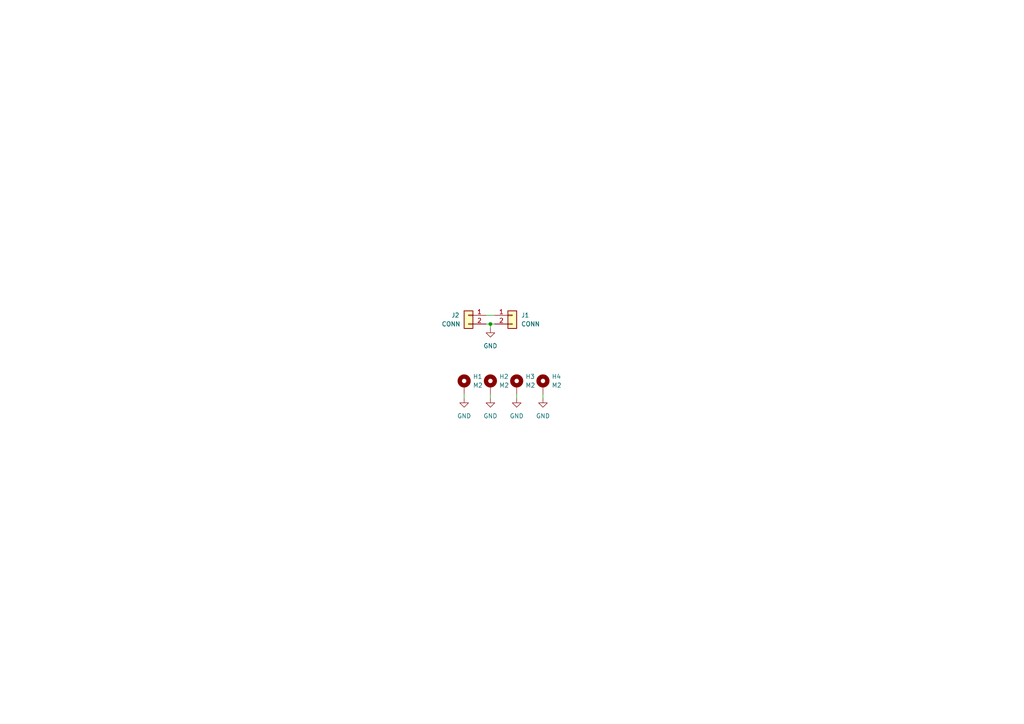
<source format=kicad_sch>
(kicad_sch (version 20211123) (generator eeschema)
  (paper "A4")
  (title_block (title "011 PCB Connector") (date "2022-01-31") (rev "1") (company "Halidelabs") (comment 1 "contact@halidelabs.eu"))
  (lib_symbols
    (symbol "Connector_Generic:Conn_01x02" (pin_names (offset 1.016) hide)
      (property "Reference" "J" (at 0 2.54 0))
      (property "Value" "Conn_01x02" (at 0 -5.08 0))
      (symbol "Conn_01x02_1_1"
        (rectangle (start -1.27 -2.413) (end 0 -2.667) (stroke (width 0.1524)))
        (rectangle (start -1.27 0.127) (end 0 -0.127) (stroke (width 0.1524)))
        (rectangle (start -1.27 1.27) (end 1.27 -3.81) (stroke (width 0.254)) (fill (type background)))
        (pin passive line (at -5.08 0 0) (length 3.81) (name "Pin_1") (number "1"))
        (pin passive line (at -5.08 -2.54 0) (length 3.81) (name "Pin_2") (number "2"))
      )
    )
    (symbol "Mechanical:MountingHole_Pad" (pin_numbers hide) (pin_names (offset 1.016) hide)
      (property "Reference" "H" (at 0 6.35 0))
      (property "Value" "MountingHole_Pad" (at 0 4.445 0))
      (symbol "MountingHole_Pad_0_1"
        (circle (center 0 1.27) (radius 1.27) (stroke (width 1.27)))
      )
      (symbol "MountingHole_Pad_1_1"
        (pin input line (at 0 -2.54 90) (length 2.54) (name "1") (number "1"))
      )
    )
    (symbol "power:GND" (power) (pin_names (offset 0))
      (property "Value" "GND" (at 0 -3.81 0))
      (symbol "GND_0_1"
        (polyline (pts (xy 0 0) (xy 0 -1.27) (xy 1.27 -1.27) (xy 0 -2.54) (xy -1.27 -1.27) (xy 0 -1.27)))
      )
      (symbol "GND_1_1"
        (pin power_in line (at 0 0 270) (length 0) hide (name "GND") (number "1"))
      )
    )
  )
  (junction (at 142.24 93.98))
  (wire (pts (xy 149.86 114.3) (xy 149.86 115.57)))
  (wire (pts (xy 140.97 93.98) (xy 142.24 93.98)))
  (wire (pts (xy 142.24 93.98) (xy 142.24 95.25)))
  (wire (pts (xy 134.62 114.3) (xy 134.62 115.57)))
  (wire (pts (xy 157.48 114.3) (xy 157.48 115.57)))
  (wire (pts (xy 142.24 114.3) (xy 142.24 115.57)))
  (wire (pts (xy 143.51 93.98) (xy 142.24 93.98)))
  (wire (pts (xy 140.97 91.44) (xy 143.51 91.44)))
  (symbol (lib_id "power:GND") (at 142.24 115.57 0) (unit 1)
    (property "Reference" "#PWR03" (effects hide))
    (property "Value" "GND" (at 142.24 120.65 0))
  )
  (symbol (lib_id "power:GND") (at 149.86 115.57 0) (unit 1)
    (property "Reference" "#PWR04" (effects hide))
    (property "Value" "GND" (at 149.86 120.65 0))
  )
  (symbol (lib_id "Connector_Generic:Conn_01x02") (at 148.59 91.44 0) (unit 1)
    (property "Reference" "J1" (at 151.13 91.4399 0) (effects (justify left)))
    (property "Value" "CONN" (at 151.13 93.9799 0) (effects (justify left)))
    (property "Footprint" "modular-rf-bench-footprints:edge-connector" (effects hide))
  )
  (symbol (lib_id "Mechanical:MountingHole_Pad") (at 134.62 111.76 0) (unit 1)
    (property "Reference" "H1" (at 137.16 109.2199 0) (effects (justify left)))
    (property "Value" "M2" (at 137.16 111.7599 0) (effects (justify left)))
    (property "Footprint" "modular-rf-bench-footprints:M2-hole" (effects hide))
  )
  (symbol (lib_id "power:GND") (at 142.24 95.25 0) (unit 1)
    (property "Reference" "#PWR02" (effects hide))
    (property "Value" "GND" (at 142.24 100.33 0))
  )
  (symbol (lib_id "power:GND") (at 157.48 115.57 0) (unit 1)
    (property "Reference" "#PWR05" (effects hide))
    (property "Value" "GND" (at 157.48 120.65 0))
  )
  (symbol (lib_id "power:GND") (at 134.62 115.57 0) (unit 1)
    (property "Reference" "#PWR01" (effects hide))
    (property "Value" "GND" (at 134.62 120.65 0))
  )
  (symbol (lib_id "Connector_Generic:Conn_01x02") (at 135.89 91.44 0) (mirror y) (unit 1)
    (property "Reference" "J2" (at 132.08 91.44 0))
    (property "Value" "CONN" (at 130.81 93.98 0))
    (property "Footprint" "modular-rf-bench-footprints:edge-connector" (effects hide))
  )
  (symbol (lib_id "Mechanical:MountingHole_Pad") (at 157.48 111.76 0) (unit 1)
    (property "Reference" "H4" (at 160.02 109.2199 0) (effects (justify left)))
    (property "Value" "M2" (at 160.02 111.7599 0) (effects (justify left)))
    (property "Footprint" "modular-rf-bench-footprints:M2-hole" (effects hide))
  )
  (symbol (lib_id "Mechanical:MountingHole_Pad") (at 149.86 111.76 0) (unit 1)
    (property "Reference" "H3" (at 152.4 109.2199 0) (effects (justify left)))
    (property "Value" "M2" (at 152.4 111.7599 0) (effects (justify left)))
    (property "Footprint" "modular-rf-bench-footprints:M2-hole" (effects hide))
  )
  (symbol (lib_id "Mechanical:MountingHole_Pad") (at 142.24 111.76 0) (unit 1)
    (property "Reference" "H2" (at 144.78 109.2199 0) (effects (justify left)))
    (property "Value" "M2" (at 144.78 111.7599 0) (effects (justify left)))
    (property "Footprint" "modular-rf-bench-footprints:M2-hole" (effects hide))
  )
)
</source>
